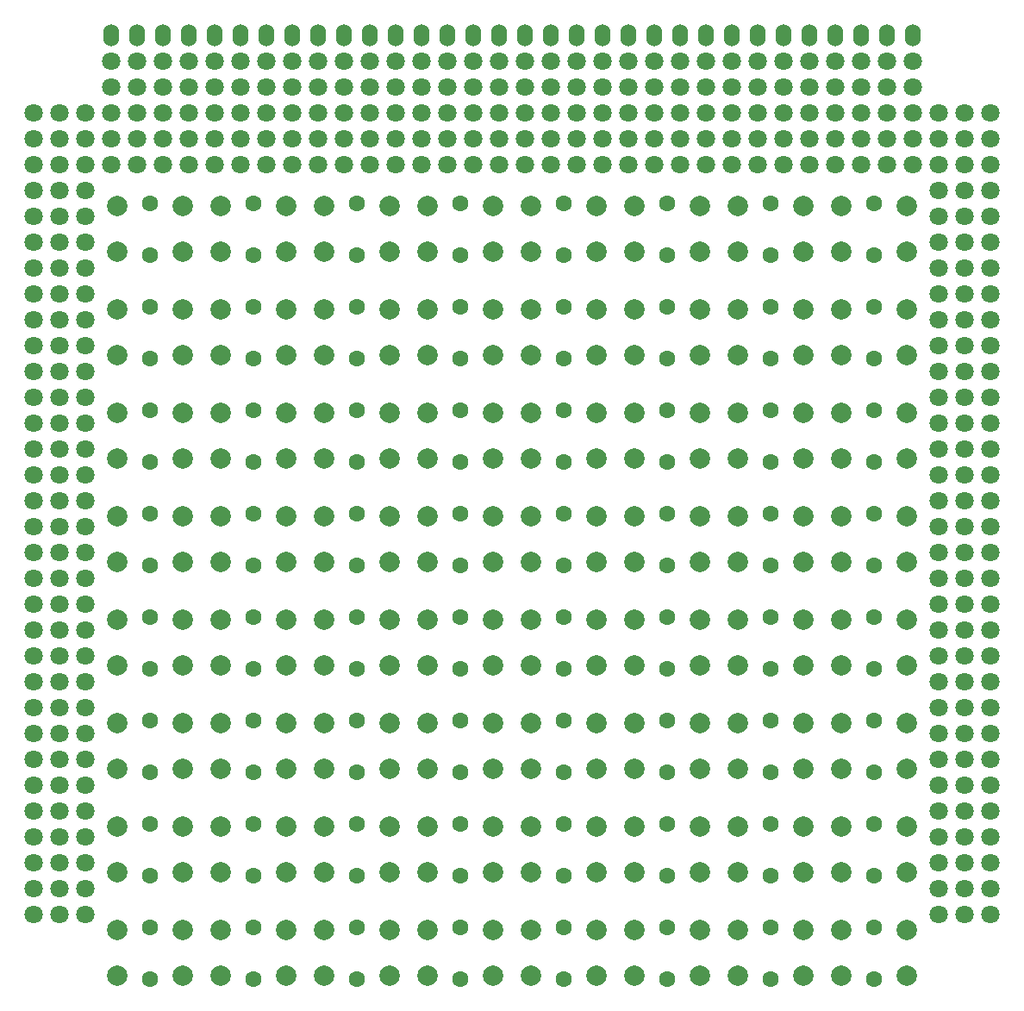
<source format=gbs>
G04 #@! TF.FileFunction,Soldermask,Bot*
%FSLAX46Y46*%
G04 Gerber Fmt 4.6, Leading zero omitted, Abs format (unit mm)*
G04 Created by KiCad (PCBNEW 4.0.5) date 12/15/17 13:53:40*
%MOMM*%
%LPD*%
G01*
G04 APERTURE LIST*
%ADD10C,0.150000*%
%ADD11C,2.000000*%
%ADD12C,1.600000*%
%ADD13O,1.524000X2.199640*%
%ADD14C,1.800000*%
G04 APERTURE END LIST*
D10*
D11*
X86510000Y-129470000D03*
X93010000Y-124970000D03*
X86510000Y-124970000D03*
X93010000Y-129470000D03*
D12*
X89760000Y-124680000D03*
X89760000Y-129760000D03*
D11*
X66190000Y-139630000D03*
X72690000Y-135130000D03*
X66190000Y-135130000D03*
X72690000Y-139630000D03*
D12*
X69440000Y-134840000D03*
X69440000Y-139920000D03*
D11*
X66190000Y-129470000D03*
X72690000Y-124970000D03*
X66190000Y-124970000D03*
X72690000Y-129470000D03*
D12*
X69440000Y-124680000D03*
X69440000Y-129760000D03*
D11*
X106830000Y-119310000D03*
X113330000Y-114810000D03*
X106830000Y-114810000D03*
X113330000Y-119310000D03*
D12*
X110080000Y-114520000D03*
X110080000Y-119600000D03*
D13*
X85950000Y-98010000D03*
X88490000Y-98010000D03*
X91030000Y-98010000D03*
X93570000Y-98010000D03*
X96110000Y-98010000D03*
X98650000Y-98010000D03*
X101190000Y-98010000D03*
X103730000Y-98010000D03*
X106270000Y-98010000D03*
X108810000Y-98010000D03*
X111350000Y-98010000D03*
X113890000Y-98010000D03*
X116430000Y-98010000D03*
X118970000Y-98010000D03*
X121510000Y-98010000D03*
X124050000Y-98010000D03*
X65630000Y-98010000D03*
X68170000Y-98010000D03*
X70710000Y-98010000D03*
X73250000Y-98010000D03*
X75790000Y-98010000D03*
X78330000Y-98010000D03*
X80870000Y-98010000D03*
X83410000Y-98010000D03*
X126590000Y-98010000D03*
X129130000Y-98010000D03*
X131670000Y-98010000D03*
X134210000Y-98010000D03*
X136750000Y-98010000D03*
X139290000Y-98010000D03*
X141830000Y-98010000D03*
X144370000Y-98010000D03*
D11*
X66190000Y-119310000D03*
X72690000Y-114810000D03*
X66190000Y-114810000D03*
X72690000Y-119310000D03*
D12*
X69440000Y-114520000D03*
X69440000Y-119600000D03*
D11*
X76350000Y-119310000D03*
X82850000Y-114810000D03*
X76350000Y-114810000D03*
X82850000Y-119310000D03*
D12*
X79600000Y-114520000D03*
X79600000Y-119600000D03*
D11*
X86510000Y-119310000D03*
X93010000Y-114810000D03*
X86510000Y-114810000D03*
X93010000Y-119310000D03*
D12*
X89760000Y-114520000D03*
X89760000Y-119600000D03*
D11*
X96670000Y-119310000D03*
X103170000Y-114810000D03*
X96670000Y-114810000D03*
X103170000Y-119310000D03*
D12*
X99920000Y-114520000D03*
X99920000Y-119600000D03*
D11*
X116990000Y-119310000D03*
X123490000Y-114810000D03*
X116990000Y-114810000D03*
X123490000Y-119310000D03*
D12*
X120240000Y-114520000D03*
X120240000Y-119600000D03*
D11*
X127150000Y-119310000D03*
X133650000Y-114810000D03*
X127150000Y-114810000D03*
X133650000Y-119310000D03*
D12*
X130400000Y-114520000D03*
X130400000Y-119600000D03*
D11*
X137310000Y-119310000D03*
X143810000Y-114810000D03*
X137310000Y-114810000D03*
X143810000Y-119310000D03*
D12*
X140560000Y-114520000D03*
X140560000Y-119600000D03*
D11*
X76350000Y-129470000D03*
X82850000Y-124970000D03*
X76350000Y-124970000D03*
X82850000Y-129470000D03*
D12*
X79600000Y-124680000D03*
X79600000Y-129760000D03*
D11*
X96670000Y-129470000D03*
X103170000Y-124970000D03*
X96670000Y-124970000D03*
X103170000Y-129470000D03*
D12*
X99920000Y-124680000D03*
X99920000Y-129760000D03*
D11*
X116990000Y-129470000D03*
X123490000Y-124970000D03*
X116990000Y-124970000D03*
X123490000Y-129470000D03*
D12*
X120240000Y-124680000D03*
X120240000Y-129760000D03*
D11*
X127150000Y-129470000D03*
X133650000Y-124970000D03*
X127150000Y-124970000D03*
X133650000Y-129470000D03*
D12*
X130400000Y-124680000D03*
X130400000Y-129760000D03*
D11*
X137310000Y-129470000D03*
X143810000Y-124970000D03*
X137310000Y-124970000D03*
X143810000Y-129470000D03*
D12*
X140560000Y-124680000D03*
X140560000Y-129760000D03*
D11*
X76350000Y-139630000D03*
X82850000Y-135130000D03*
X76350000Y-135130000D03*
X82850000Y-139630000D03*
D12*
X79600000Y-134840000D03*
X79600000Y-139920000D03*
D11*
X86510000Y-139630000D03*
X93010000Y-135130000D03*
X86510000Y-135130000D03*
X93010000Y-139630000D03*
D12*
X89760000Y-134840000D03*
X89760000Y-139920000D03*
D11*
X106830000Y-139630000D03*
X113330000Y-135130000D03*
X106830000Y-135130000D03*
X113330000Y-139630000D03*
D12*
X110080000Y-134840000D03*
X110080000Y-139920000D03*
D11*
X116990000Y-139630000D03*
X123490000Y-135130000D03*
X116990000Y-135130000D03*
X123490000Y-139630000D03*
D12*
X120240000Y-134840000D03*
X120240000Y-139920000D03*
D11*
X127150000Y-139630000D03*
X133650000Y-135130000D03*
X127150000Y-135130000D03*
X133650000Y-139630000D03*
D12*
X130400000Y-134840000D03*
X130400000Y-139920000D03*
D11*
X137310000Y-139630000D03*
X143810000Y-135130000D03*
X137310000Y-135130000D03*
X143810000Y-139630000D03*
D12*
X140560000Y-134840000D03*
X140560000Y-139920000D03*
D11*
X66190000Y-149790000D03*
X72690000Y-145290000D03*
X66190000Y-145290000D03*
X72690000Y-149790000D03*
D12*
X69440000Y-145000000D03*
X69440000Y-150080000D03*
D11*
X76350000Y-149790000D03*
X82850000Y-145290000D03*
X76350000Y-145290000D03*
X82850000Y-149790000D03*
D12*
X79600000Y-145000000D03*
X79600000Y-150080000D03*
D11*
X86510000Y-149790000D03*
X93010000Y-145290000D03*
X86510000Y-145290000D03*
X93010000Y-149790000D03*
D12*
X89760000Y-145000000D03*
X89760000Y-150080000D03*
D11*
X96670000Y-149790000D03*
X103170000Y-145290000D03*
X96670000Y-145290000D03*
X103170000Y-149790000D03*
D12*
X99920000Y-145000000D03*
X99920000Y-150080000D03*
D11*
X106830000Y-149790000D03*
X113330000Y-145290000D03*
X106830000Y-145290000D03*
X113330000Y-149790000D03*
D12*
X110080000Y-145000000D03*
X110080000Y-150080000D03*
D11*
X116990000Y-149790000D03*
X123490000Y-145290000D03*
X116990000Y-145290000D03*
X123490000Y-149790000D03*
D12*
X120240000Y-145000000D03*
X120240000Y-150080000D03*
D11*
X127150000Y-149790000D03*
X133650000Y-145290000D03*
X127150000Y-145290000D03*
X133650000Y-149790000D03*
D12*
X130400000Y-145000000D03*
X130400000Y-150080000D03*
D11*
X137310000Y-149790000D03*
X143810000Y-145290000D03*
X137310000Y-145290000D03*
X143810000Y-149790000D03*
D12*
X140560000Y-145000000D03*
X140560000Y-150080000D03*
D11*
X66190000Y-159950000D03*
X72690000Y-155450000D03*
X66190000Y-155450000D03*
X72690000Y-159950000D03*
D12*
X69440000Y-155160000D03*
X69440000Y-160240000D03*
D11*
X76350000Y-159950000D03*
X82850000Y-155450000D03*
X76350000Y-155450000D03*
X82850000Y-159950000D03*
D12*
X79600000Y-155160000D03*
X79600000Y-160240000D03*
D11*
X86510000Y-159950000D03*
X93010000Y-155450000D03*
X86510000Y-155450000D03*
X93010000Y-159950000D03*
D12*
X89760000Y-155160000D03*
X89760000Y-160240000D03*
D11*
X96670000Y-159950000D03*
X103170000Y-155450000D03*
X96670000Y-155450000D03*
X103170000Y-159950000D03*
D12*
X99920000Y-155160000D03*
X99920000Y-160240000D03*
D11*
X106830000Y-159950000D03*
X113330000Y-155450000D03*
X106830000Y-155450000D03*
X113330000Y-159950000D03*
D12*
X110080000Y-155160000D03*
X110080000Y-160240000D03*
D11*
X116990000Y-159950000D03*
X123490000Y-155450000D03*
X116990000Y-155450000D03*
X123490000Y-159950000D03*
D12*
X120240000Y-155160000D03*
X120240000Y-160240000D03*
D11*
X127150000Y-159950000D03*
X133650000Y-155450000D03*
X127150000Y-155450000D03*
X133650000Y-159950000D03*
D12*
X130400000Y-155160000D03*
X130400000Y-160240000D03*
D11*
X137310000Y-159950000D03*
X143810000Y-155450000D03*
X137310000Y-155450000D03*
X143810000Y-159950000D03*
D12*
X140560000Y-155160000D03*
X140560000Y-160240000D03*
D11*
X66190000Y-170110000D03*
X72690000Y-165610000D03*
X66190000Y-165610000D03*
X72690000Y-170110000D03*
D12*
X69440000Y-165320000D03*
X69440000Y-170400000D03*
D11*
X76350000Y-170110000D03*
X82850000Y-165610000D03*
X76350000Y-165610000D03*
X82850000Y-170110000D03*
D12*
X79600000Y-165320000D03*
X79600000Y-170400000D03*
D11*
X86510000Y-170110000D03*
X93010000Y-165610000D03*
X86510000Y-165610000D03*
X93010000Y-170110000D03*
D12*
X89760000Y-165320000D03*
X89760000Y-170400000D03*
D11*
X96670000Y-170110000D03*
X103170000Y-165610000D03*
X96670000Y-165610000D03*
X103170000Y-170110000D03*
D12*
X99920000Y-165320000D03*
X99920000Y-170400000D03*
D11*
X106830000Y-170110000D03*
X113330000Y-165610000D03*
X106830000Y-165610000D03*
X113330000Y-170110000D03*
D12*
X110080000Y-165320000D03*
X110080000Y-170400000D03*
D11*
X116990000Y-170110000D03*
X123490000Y-165610000D03*
X116990000Y-165610000D03*
X123490000Y-170110000D03*
D12*
X120240000Y-165320000D03*
X120240000Y-170400000D03*
D11*
X127150000Y-170110000D03*
X133650000Y-165610000D03*
X127150000Y-165610000D03*
X133650000Y-170110000D03*
D12*
X130400000Y-165320000D03*
X130400000Y-170400000D03*
D11*
X137310000Y-170110000D03*
X143810000Y-165610000D03*
X137310000Y-165610000D03*
X143810000Y-170110000D03*
D12*
X140560000Y-165320000D03*
X140560000Y-170400000D03*
D11*
X66190000Y-180270000D03*
X72690000Y-175770000D03*
X66190000Y-175770000D03*
X72690000Y-180270000D03*
D12*
X69440000Y-175480000D03*
X69440000Y-180560000D03*
D11*
X76350000Y-180270000D03*
X82850000Y-175770000D03*
X76350000Y-175770000D03*
X82850000Y-180270000D03*
D12*
X79600000Y-175480000D03*
X79600000Y-180560000D03*
D11*
X86510000Y-180270000D03*
X93010000Y-175770000D03*
X86510000Y-175770000D03*
X93010000Y-180270000D03*
D12*
X89760000Y-175480000D03*
X89760000Y-180560000D03*
D11*
X96670000Y-180270000D03*
X103170000Y-175770000D03*
X96670000Y-175770000D03*
X103170000Y-180270000D03*
D12*
X99920000Y-175480000D03*
X99920000Y-180560000D03*
D11*
X106830000Y-180270000D03*
X113330000Y-175770000D03*
X106830000Y-175770000D03*
X113330000Y-180270000D03*
D12*
X110080000Y-175480000D03*
X110080000Y-180560000D03*
D11*
X116990000Y-180270000D03*
X123490000Y-175770000D03*
X116990000Y-175770000D03*
X123490000Y-180270000D03*
D12*
X120240000Y-175480000D03*
X120240000Y-180560000D03*
D11*
X127150000Y-180270000D03*
X133650000Y-175770000D03*
X127150000Y-175770000D03*
X133650000Y-180270000D03*
D12*
X130400000Y-175480000D03*
X130400000Y-180560000D03*
D11*
X137310000Y-180270000D03*
X143810000Y-175770000D03*
X137310000Y-175770000D03*
X143810000Y-180270000D03*
D12*
X140560000Y-175480000D03*
X140560000Y-180560000D03*
D11*
X66190000Y-190430000D03*
X72690000Y-185930000D03*
X66190000Y-185930000D03*
X72690000Y-190430000D03*
D12*
X69440000Y-185640000D03*
X69440000Y-190720000D03*
D11*
X76350000Y-190430000D03*
X82850000Y-185930000D03*
X76350000Y-185930000D03*
X82850000Y-190430000D03*
D12*
X79600000Y-185640000D03*
X79600000Y-190720000D03*
D11*
X86510000Y-190430000D03*
X93010000Y-185930000D03*
X86510000Y-185930000D03*
X93010000Y-190430000D03*
D12*
X89760000Y-185640000D03*
X89760000Y-190720000D03*
D11*
X96670000Y-190430000D03*
X103170000Y-185930000D03*
X96670000Y-185930000D03*
X103170000Y-190430000D03*
D12*
X99920000Y-185640000D03*
X99920000Y-190720000D03*
D11*
X106830000Y-190430000D03*
X113330000Y-185930000D03*
X106830000Y-185930000D03*
X113330000Y-190430000D03*
D12*
X110080000Y-185640000D03*
X110080000Y-190720000D03*
D11*
X116990000Y-190430000D03*
X123490000Y-185930000D03*
X116990000Y-185930000D03*
X123490000Y-190430000D03*
D12*
X120240000Y-185640000D03*
X120240000Y-190720000D03*
D11*
X127150000Y-190430000D03*
X133650000Y-185930000D03*
X127150000Y-185930000D03*
X133650000Y-190430000D03*
D12*
X130400000Y-185640000D03*
X130400000Y-190720000D03*
D11*
X137310000Y-190430000D03*
X143810000Y-185930000D03*
X137310000Y-185930000D03*
X143810000Y-190430000D03*
D12*
X140560000Y-185640000D03*
X140560000Y-190720000D03*
D11*
X106830000Y-129470000D03*
X113330000Y-124970000D03*
X106830000Y-124970000D03*
X113330000Y-129470000D03*
D12*
X110080000Y-124680000D03*
X110080000Y-129760000D03*
D11*
X96670000Y-139630000D03*
X103170000Y-135130000D03*
X96670000Y-135130000D03*
X103170000Y-139630000D03*
D12*
X99920000Y-134840000D03*
X99920000Y-139920000D03*
D14*
X58010000Y-176750000D03*
X58010000Y-179290000D03*
X60550000Y-176750000D03*
X60550000Y-179290000D03*
X63090000Y-176750000D03*
X63090000Y-179290000D03*
X58010000Y-181830000D03*
X58010000Y-184370000D03*
X63090000Y-181830000D03*
X63090000Y-184370000D03*
X60550000Y-181830000D03*
X60550000Y-184370000D03*
X58010000Y-171670000D03*
X58010000Y-174210000D03*
X60550000Y-171670000D03*
X60550000Y-174210000D03*
X63090000Y-171670000D03*
X63090000Y-174210000D03*
X63090000Y-151350000D03*
X63090000Y-153890000D03*
X60550000Y-151350000D03*
X60550000Y-153890000D03*
X58010000Y-151350000D03*
X58010000Y-153890000D03*
X58010000Y-146270000D03*
X58010000Y-148810000D03*
X60550000Y-146270000D03*
X60550000Y-148810000D03*
X63090000Y-146270000D03*
X63090000Y-148810000D03*
X63090000Y-158970000D03*
X63090000Y-161510000D03*
X60550000Y-158970000D03*
X60550000Y-161510000D03*
X58010000Y-158970000D03*
X58010000Y-161510000D03*
X58010000Y-164050000D03*
X58010000Y-166590000D03*
X60550000Y-164050000D03*
X60550000Y-166590000D03*
X63090000Y-164050000D03*
X63090000Y-166590000D03*
X63090000Y-120870000D03*
X63090000Y-123410000D03*
X60550000Y-120870000D03*
X60550000Y-123410000D03*
X58010000Y-120870000D03*
X58010000Y-123410000D03*
X65630000Y-103090000D03*
X65630000Y-105630000D03*
X63090000Y-108170000D03*
X63090000Y-110710000D03*
X60550000Y-108170000D03*
X60550000Y-110710000D03*
X58010000Y-108170000D03*
X58010000Y-110710000D03*
X58010000Y-113250000D03*
X58010000Y-115790000D03*
X60550000Y-113250000D03*
X60550000Y-115790000D03*
X63090000Y-113250000D03*
X63090000Y-115790000D03*
X63090000Y-133570000D03*
X63090000Y-136110000D03*
X60550000Y-133570000D03*
X60550000Y-136110000D03*
X58010000Y-133570000D03*
X58010000Y-136110000D03*
X58010000Y-125950000D03*
X58010000Y-128490000D03*
X60550000Y-125950000D03*
X60550000Y-128490000D03*
X63090000Y-125950000D03*
X63090000Y-128490000D03*
X63090000Y-138650000D03*
X63090000Y-141190000D03*
X60550000Y-138650000D03*
X60550000Y-141190000D03*
X58010000Y-138650000D03*
X58010000Y-141190000D03*
X151990000Y-146270000D03*
X151990000Y-148810000D03*
X149450000Y-146270000D03*
X149450000Y-148810000D03*
X146910000Y-146270000D03*
X146910000Y-148810000D03*
X146910000Y-138650000D03*
X146910000Y-141190000D03*
X149450000Y-138650000D03*
X149450000Y-141190000D03*
X151990000Y-138650000D03*
X151990000Y-141190000D03*
X146910000Y-133570000D03*
X146910000Y-136110000D03*
X149450000Y-133570000D03*
X149450000Y-136110000D03*
X151990000Y-133570000D03*
X151990000Y-136110000D03*
X151990000Y-113250000D03*
X151990000Y-115790000D03*
X149450000Y-113250000D03*
X149450000Y-115790000D03*
X146910000Y-113250000D03*
X146910000Y-115790000D03*
X146910000Y-108170000D03*
X146910000Y-110710000D03*
X149450000Y-108170000D03*
X149450000Y-110710000D03*
X151990000Y-108170000D03*
X151990000Y-110710000D03*
X151990000Y-120870000D03*
X151990000Y-123410000D03*
X149450000Y-120870000D03*
X149450000Y-123410000D03*
X146910000Y-120870000D03*
X146910000Y-123410000D03*
X146910000Y-125950000D03*
X146910000Y-128490000D03*
X149450000Y-125950000D03*
X149450000Y-128490000D03*
X151990000Y-125950000D03*
X151990000Y-128490000D03*
X151990000Y-164050000D03*
X151990000Y-166590000D03*
X149450000Y-164050000D03*
X149450000Y-166590000D03*
X146910000Y-164050000D03*
X146910000Y-166590000D03*
X146910000Y-158970000D03*
X146910000Y-161510000D03*
X149450000Y-158970000D03*
X149450000Y-161510000D03*
X151990000Y-158970000D03*
X151990000Y-161510000D03*
X151990000Y-151350000D03*
X151990000Y-153890000D03*
X149450000Y-151350000D03*
X149450000Y-153890000D03*
X146910000Y-151350000D03*
X146910000Y-153890000D03*
X151990000Y-176750000D03*
X151990000Y-179290000D03*
X149450000Y-176750000D03*
X149450000Y-179290000D03*
X146910000Y-176750000D03*
X146910000Y-179290000D03*
X146910000Y-171670000D03*
X146910000Y-174210000D03*
X149450000Y-171670000D03*
X149450000Y-174210000D03*
X151990000Y-171670000D03*
X151990000Y-174210000D03*
X151990000Y-181830000D03*
X151990000Y-184370000D03*
X149450000Y-181830000D03*
X149450000Y-184370000D03*
X146910000Y-181830000D03*
X146910000Y-184370000D03*
X141830000Y-110710000D03*
X144370000Y-110710000D03*
X65630000Y-108170000D03*
X68170000Y-108170000D03*
X70710000Y-108170000D03*
X73250000Y-108170000D03*
X80870000Y-110710000D03*
X83410000Y-110710000D03*
X80870000Y-108170000D03*
X83410000Y-108170000D03*
X75790000Y-110710000D03*
X78330000Y-110710000D03*
X65630000Y-110710000D03*
X68170000Y-110710000D03*
X70710000Y-110710000D03*
X73250000Y-110710000D03*
X75790000Y-108170000D03*
X78330000Y-108170000D03*
X106270000Y-108170000D03*
X108810000Y-108170000D03*
X101190000Y-110710000D03*
X103730000Y-110710000D03*
X101190000Y-108170000D03*
X103730000Y-108170000D03*
X106270000Y-110710000D03*
X108810000Y-110710000D03*
X111350000Y-108170000D03*
X113890000Y-108170000D03*
X111350000Y-110710000D03*
X113890000Y-110710000D03*
X96110000Y-110710000D03*
X98650000Y-110710000D03*
X96110000Y-108170000D03*
X98650000Y-108170000D03*
X91030000Y-110710000D03*
X93570000Y-110710000D03*
X85950000Y-108170000D03*
X88490000Y-108170000D03*
X85950000Y-110710000D03*
X88490000Y-110710000D03*
X91030000Y-108170000D03*
X93570000Y-108170000D03*
X121510000Y-108170000D03*
X124050000Y-108170000D03*
X116430000Y-110710000D03*
X118970000Y-110710000D03*
X116430000Y-108170000D03*
X118970000Y-108170000D03*
X121510000Y-110710000D03*
X124050000Y-110710000D03*
X126590000Y-108170000D03*
X129130000Y-108170000D03*
X126590000Y-110710000D03*
X129130000Y-110710000D03*
X141830000Y-108170000D03*
X144370000Y-108170000D03*
X136750000Y-110710000D03*
X139290000Y-110710000D03*
X131670000Y-108170000D03*
X134210000Y-108170000D03*
X131670000Y-110710000D03*
X134210000Y-110710000D03*
X136750000Y-108170000D03*
X139290000Y-108170000D03*
X139290000Y-103090000D03*
X139290000Y-105630000D03*
X136750000Y-103090000D03*
X136750000Y-105630000D03*
X134210000Y-103090000D03*
X134210000Y-105630000D03*
X141830000Y-103090000D03*
X141830000Y-105630000D03*
X144370000Y-103090000D03*
X144370000Y-105630000D03*
X131670000Y-103090000D03*
X131670000Y-105630000D03*
X129130000Y-103090000D03*
X129130000Y-105630000D03*
X126590000Y-103090000D03*
X126590000Y-105630000D03*
X121510000Y-103090000D03*
X121510000Y-105630000D03*
X124050000Y-103090000D03*
X124050000Y-105630000D03*
X93570000Y-103090000D03*
X93570000Y-105630000D03*
X91030000Y-103090000D03*
X91030000Y-105630000D03*
X88490000Y-103090000D03*
X88490000Y-105630000D03*
X96110000Y-103090000D03*
X96110000Y-105630000D03*
X98650000Y-103090000D03*
X98650000Y-105630000D03*
X101190000Y-103090000D03*
X101190000Y-105630000D03*
X116430000Y-103090000D03*
X116430000Y-105630000D03*
X113890000Y-103090000D03*
X113890000Y-105630000D03*
X111350000Y-103090000D03*
X111350000Y-105630000D03*
X103730000Y-103090000D03*
X103730000Y-105630000D03*
X106270000Y-103090000D03*
X106270000Y-105630000D03*
X108810000Y-103090000D03*
X108810000Y-105630000D03*
X78330000Y-103090000D03*
X78330000Y-105630000D03*
X75790000Y-103090000D03*
X75790000Y-105630000D03*
X73250000Y-103090000D03*
X73250000Y-105630000D03*
X80870000Y-103090000D03*
X80870000Y-105630000D03*
X83410000Y-103090000D03*
X83410000Y-105630000D03*
X85950000Y-103090000D03*
X85950000Y-105630000D03*
X70710000Y-103090000D03*
X70710000Y-105630000D03*
X68170000Y-103090000D03*
X68170000Y-105630000D03*
X118970000Y-103090000D03*
X118970000Y-105630000D03*
X106270000Y-100550000D03*
X108810000Y-100550000D03*
X111350000Y-100550000D03*
X113890000Y-100550000D03*
X116430000Y-100550000D03*
X118970000Y-100550000D03*
X121510000Y-100550000D03*
X124050000Y-100550000D03*
X144370000Y-100550000D03*
X141830000Y-100550000D03*
X139290000Y-100550000D03*
X136750000Y-100550000D03*
X134210000Y-100550000D03*
X131670000Y-100550000D03*
X129130000Y-100550000D03*
X126590000Y-100550000D03*
X83410000Y-100550000D03*
X80870000Y-100550000D03*
X78330000Y-100550000D03*
X75790000Y-100550000D03*
X73250000Y-100550000D03*
X70710000Y-100550000D03*
X68170000Y-100550000D03*
X65630000Y-100550000D03*
X85950000Y-100550000D03*
X88490000Y-100550000D03*
X91030000Y-100550000D03*
X93570000Y-100550000D03*
X96110000Y-100550000D03*
X98650000Y-100550000D03*
X101190000Y-100550000D03*
X103730000Y-100550000D03*
X60550000Y-169130000D03*
X63090000Y-169130000D03*
X58010000Y-169130000D03*
X60550000Y-156430000D03*
X63090000Y-156430000D03*
X58010000Y-156430000D03*
X60550000Y-118330000D03*
X63090000Y-118330000D03*
X58010000Y-118330000D03*
X60550000Y-105630000D03*
X63090000Y-105630000D03*
X58010000Y-105630000D03*
X60550000Y-143730000D03*
X63090000Y-143730000D03*
X58010000Y-143730000D03*
X60550000Y-131030000D03*
X63090000Y-131030000D03*
X58010000Y-131030000D03*
X149450000Y-105630000D03*
X151990000Y-105630000D03*
X146910000Y-105630000D03*
X149450000Y-118330000D03*
X151990000Y-118330000D03*
X146910000Y-118330000D03*
X149450000Y-169130000D03*
X151990000Y-169130000D03*
X146910000Y-169130000D03*
X149450000Y-156430000D03*
X151990000Y-156430000D03*
X146910000Y-156430000D03*
X149450000Y-131030000D03*
X151990000Y-131030000D03*
X146910000Y-131030000D03*
X149450000Y-143730000D03*
X151990000Y-143730000D03*
X146910000Y-143730000D03*
M02*

</source>
